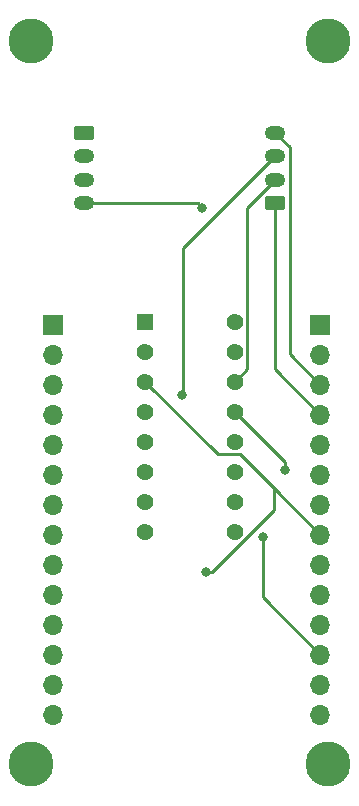
<source format=gbr>
%TF.GenerationSoftware,KiCad,Pcbnew,7.0.2-0*%
%TF.CreationDate,2024-01-04T15:38:00-05:00*%
%TF.ProjectId,Turbidity_v12,54757262-6964-4697-9479-5f7631322e6b,12*%
%TF.SameCoordinates,Original*%
%TF.FileFunction,Copper,L2,Bot*%
%TF.FilePolarity,Positive*%
%FSLAX46Y46*%
G04 Gerber Fmt 4.6, Leading zero omitted, Abs format (unit mm)*
G04 Created by KiCad (PCBNEW 7.0.2-0) date 2024-01-04 15:38:00*
%MOMM*%
%LPD*%
G01*
G04 APERTURE LIST*
G04 Aperture macros list*
%AMRoundRect*
0 Rectangle with rounded corners*
0 $1 Rounding radius*
0 $2 $3 $4 $5 $6 $7 $8 $9 X,Y pos of 4 corners*
0 Add a 4 corners polygon primitive as box body*
4,1,4,$2,$3,$4,$5,$6,$7,$8,$9,$2,$3,0*
0 Add four circle primitives for the rounded corners*
1,1,$1+$1,$2,$3*
1,1,$1+$1,$4,$5*
1,1,$1+$1,$6,$7*
1,1,$1+$1,$8,$9*
0 Add four rect primitives between the rounded corners*
20,1,$1+$1,$2,$3,$4,$5,0*
20,1,$1+$1,$4,$5,$6,$7,0*
20,1,$1+$1,$6,$7,$8,$9,0*
20,1,$1+$1,$8,$9,$2,$3,0*%
G04 Aperture macros list end*
%TA.AperFunction,ComponentPad*%
%ADD10C,3.800000*%
%TD*%
%TA.AperFunction,ComponentPad*%
%ADD11R,1.425000X1.425000*%
%TD*%
%TA.AperFunction,ComponentPad*%
%ADD12C,1.425000*%
%TD*%
%TA.AperFunction,ComponentPad*%
%ADD13R,1.700000X1.700000*%
%TD*%
%TA.AperFunction,ComponentPad*%
%ADD14O,1.700000X1.700000*%
%TD*%
%TA.AperFunction,ComponentPad*%
%ADD15RoundRect,0.250000X-0.625000X0.350000X-0.625000X-0.350000X0.625000X-0.350000X0.625000X0.350000X0*%
%TD*%
%TA.AperFunction,ComponentPad*%
%ADD16O,1.750000X1.200000*%
%TD*%
%TA.AperFunction,ComponentPad*%
%ADD17RoundRect,0.250000X0.625000X-0.350000X0.625000X0.350000X-0.625000X0.350000X-0.625000X-0.350000X0*%
%TD*%
%TA.AperFunction,ViaPad*%
%ADD18C,0.800000*%
%TD*%
%TA.AperFunction,Conductor*%
%ADD19C,0.250000*%
%TD*%
G04 APERTURE END LIST*
D10*
%TO.P,REF\u002A\u002A,1*%
%TO.N,N/C*%
X135001000Y-121310400D03*
%TD*%
D11*
%TO.P,IC1,1,1*%
%TO.N,/1(SCL)*%
X144653000Y-83820000D03*
D12*
%TO.P,IC1,2,2*%
%TO.N,unconnected-(IC1-Pad2)*%
X144653000Y-86360000D03*
%TO.P,IC1,3,3*%
%TO.N,/SCL*%
X144653000Y-88900000D03*
%TO.P,IC1,4,4*%
%TO.N,unconnected-(IC1-Pad4)*%
X144653000Y-91440000D03*
%TO.P,IC1,5,5*%
%TO.N,/5(SCL)*%
X144653000Y-93980000D03*
%TO.P,IC1,6,6*%
%TO.N,/GND*%
X144653000Y-96520000D03*
%TO.P,IC1,7,7*%
X144653000Y-99060000D03*
%TO.P,IC1,8,8*%
X144653000Y-101600000D03*
%TO.P,IC1,9,9*%
%TO.N,/D8*%
X152273000Y-101600000D03*
%TO.P,IC1,10,10*%
%TO.N,/D6*%
X152273000Y-99060000D03*
%TO.P,IC1,11,11*%
%TO.N,unconnected-(IC1-Pad11)*%
X152273000Y-96520000D03*
%TO.P,IC1,12,12*%
%TO.N,/12(SDA)*%
X152273000Y-93980000D03*
%TO.P,IC1,13,13*%
%TO.N,/SDA*%
X152273000Y-91440000D03*
%TO.P,IC1,14,14*%
%TO.N,/14(SDA)*%
X152273000Y-88900000D03*
%TO.P,IC1,15,15*%
%TO.N,unconnected-(IC1-Pad15)*%
X152273000Y-86360000D03*
%TO.P,IC1,16,16*%
%TO.N,/3.3V*%
X152273000Y-83820000D03*
%TD*%
D13*
%TO.P,J4,1,Pin_1*%
%TO.N,unconnected-(J4-Pin_1-Pad1)*%
X159512000Y-84074000D03*
D14*
%TO.P,J4,2,Pin_2*%
%TO.N,unconnected-(J4-Pin_2-Pad2)*%
X159512000Y-86614000D03*
%TO.P,J4,3,Pin_3*%
%TO.N,/3.3V*%
X159512000Y-89154000D03*
%TO.P,J4,4,Pin_4*%
%TO.N,/GND*%
X159512000Y-91694000D03*
%TO.P,J4,5,Pin_5*%
%TO.N,unconnected-(J4-Pin_5-Pad5)*%
X159512000Y-94234000D03*
%TO.P,J4,6,Pin_6*%
%TO.N,unconnected-(J4-Pin_6-Pad6)*%
X159512000Y-96774000D03*
%TO.P,J4,7,Pin_7*%
%TO.N,unconnected-(J4-Pin_7-Pad7)*%
X159512000Y-99314000D03*
%TO.P,J4,8,Pin_8*%
%TO.N,/SCL*%
X159512000Y-101854000D03*
%TO.P,J4,9,Pin_9*%
%TO.N,/SDA*%
X159512000Y-104394000D03*
%TO.P,J4,10,Pin_10*%
%TO.N,unconnected-(J4-Pin_10-Pad10)*%
X159512000Y-106934000D03*
%TO.P,J4,11,Pin_11*%
%TO.N,unconnected-(J4-Pin_11-Pad11)*%
X159512000Y-109474000D03*
%TO.P,J4,12,Pin_12*%
%TO.N,/D8*%
X159512000Y-112014000D03*
%TO.P,J4,13,Pin_13*%
%TO.N,unconnected-(J4-Pin_13-Pad13)*%
X159512000Y-114554000D03*
%TO.P,J4,14,Pin_14*%
%TO.N,/D6*%
X159512000Y-117094000D03*
%TD*%
D10*
%TO.P,REF\u002A\u002A,1*%
%TO.N,N/C*%
X160147000Y-60071000D03*
%TD*%
D15*
%TO.P,J3,1,Pin_1*%
%TO.N,/GND*%
X139457600Y-67815200D03*
D16*
%TO.P,J3,2,Pin_2*%
%TO.N,/12(SDA)*%
X139457600Y-69815200D03*
%TO.P,J3,3,Pin_3*%
%TO.N,/1(SCL)*%
X139457600Y-71815200D03*
%TO.P,J3,4,Pin_4*%
%TO.N,/3.3V*%
X139457600Y-73815200D03*
%TD*%
D10*
%TO.P,REF\u002A\u002A,1*%
%TO.N,N/C*%
X135001000Y-60071000D03*
%TD*%
D17*
%TO.P,J2,1,Pin_1*%
%TO.N,/GND*%
X155690400Y-73818000D03*
D16*
%TO.P,J2,2,Pin_2*%
%TO.N,/14(SDA)*%
X155690400Y-71818000D03*
%TO.P,J2,3,Pin_3*%
%TO.N,/5(SCL)*%
X155690400Y-69818000D03*
%TO.P,J2,4,Pin_4*%
%TO.N,/3.3V*%
X155690400Y-67818000D03*
%TD*%
D13*
%TO.P,J5,1,Pin_1*%
%TO.N,unconnected-(J5-Pin_1-Pad1)*%
X136906000Y-84074000D03*
D14*
%TO.P,J5,2,Pin_2*%
%TO.N,unconnected-(J5-Pin_2-Pad2)*%
X136906000Y-86614000D03*
%TO.P,J5,3,Pin_3*%
%TO.N,unconnected-(J5-Pin_3-Pad3)*%
X136906000Y-89154000D03*
%TO.P,J5,4,Pin_4*%
%TO.N,unconnected-(J5-Pin_4-Pad4)*%
X136906000Y-91694000D03*
%TO.P,J5,5,Pin_5*%
%TO.N,unconnected-(J5-Pin_5-Pad5)*%
X136906000Y-94234000D03*
%TO.P,J5,6,Pin_6*%
%TO.N,unconnected-(J5-Pin_6-Pad6)*%
X136906000Y-96774000D03*
%TO.P,J5,7,Pin_7*%
%TO.N,unconnected-(J5-Pin_7-Pad7)*%
X136906000Y-99314000D03*
%TO.P,J5,8,Pin_8*%
%TO.N,unconnected-(J5-Pin_8-Pad8)*%
X136906000Y-101854000D03*
%TO.P,J5,9,Pin_9*%
%TO.N,unconnected-(J5-Pin_9-Pad9)*%
X136906000Y-104394000D03*
%TO.P,J5,10,Pin_10*%
%TO.N,unconnected-(J5-Pin_10-Pad10)*%
X136906000Y-106934000D03*
%TO.P,J5,11,Pin_11*%
%TO.N,unconnected-(J5-Pin_11-Pad11)*%
X136906000Y-109474000D03*
%TO.P,J5,12,Pin_12*%
%TO.N,unconnected-(J5-Pin_12-Pad12)*%
X136906000Y-112014000D03*
%TO.P,J5,13,Pin_13*%
%TO.N,unconnected-(J5-Pin_13-Pad13)*%
X136906000Y-114554000D03*
%TO.P,J5,14,Pin_14*%
%TO.N,unconnected-(J5-Pin_14-Pad14)*%
X136906000Y-117094000D03*
%TD*%
D10*
%TO.P,REF\u002A\u002A,1*%
%TO.N,N/C*%
X160147000Y-121310400D03*
%TD*%
D18*
%TO.N,/3.3V*%
X149504400Y-74218800D03*
%TO.N,/SCL*%
X149860000Y-105003600D03*
%TO.N,/SDA*%
X156514800Y-96418400D03*
%TO.N,/D8*%
X154635200Y-102057200D03*
%TO.N,/5(SCL)*%
X147828000Y-90017600D03*
%TD*%
D19*
%TO.N,/GND*%
X155690400Y-73818000D02*
X155690400Y-87872400D01*
X155690400Y-87872400D02*
X159512000Y-91694000D01*
%TO.N,/3.3V*%
X156890400Y-69018000D02*
X156890400Y-86532400D01*
X155690400Y-67818000D02*
X156890400Y-69018000D01*
X156890400Y-86532400D02*
X159512000Y-89154000D01*
X149100800Y-73815200D02*
X149504400Y-74218800D01*
X139457600Y-73815200D02*
X149100800Y-73815200D01*
%TO.N,/SCL*%
X150336647Y-105003600D02*
X155575000Y-99765247D01*
X150799800Y-95046800D02*
X144653000Y-88900000D01*
X152704800Y-95046800D02*
X150799800Y-95046800D01*
X155575000Y-97917000D02*
X152704800Y-95046800D01*
X155575000Y-99765247D02*
X155575000Y-97917000D01*
X159512000Y-101854000D02*
X155575000Y-97917000D01*
X149860000Y-105003600D02*
X150336647Y-105003600D01*
%TO.N,/SDA*%
X156514800Y-95681800D02*
X152273000Y-91440000D01*
X156514800Y-96418400D02*
X156514800Y-95681800D01*
%TO.N,/D8*%
X154635200Y-107137200D02*
X154635200Y-102057200D01*
X159512000Y-112014000D02*
X154635200Y-107137200D01*
%TO.N,/5(SCL)*%
X147878800Y-89966800D02*
X147828000Y-90017600D01*
X147878800Y-77629600D02*
X147878800Y-89966800D01*
X155690400Y-69818000D02*
X147878800Y-77629600D01*
%TO.N,/14(SDA)*%
X153310500Y-74197900D02*
X153310500Y-87862500D01*
X155690400Y-71818000D02*
X153310500Y-74197900D01*
X153310500Y-87862500D02*
X152273000Y-88900000D01*
%TD*%
M02*

</source>
